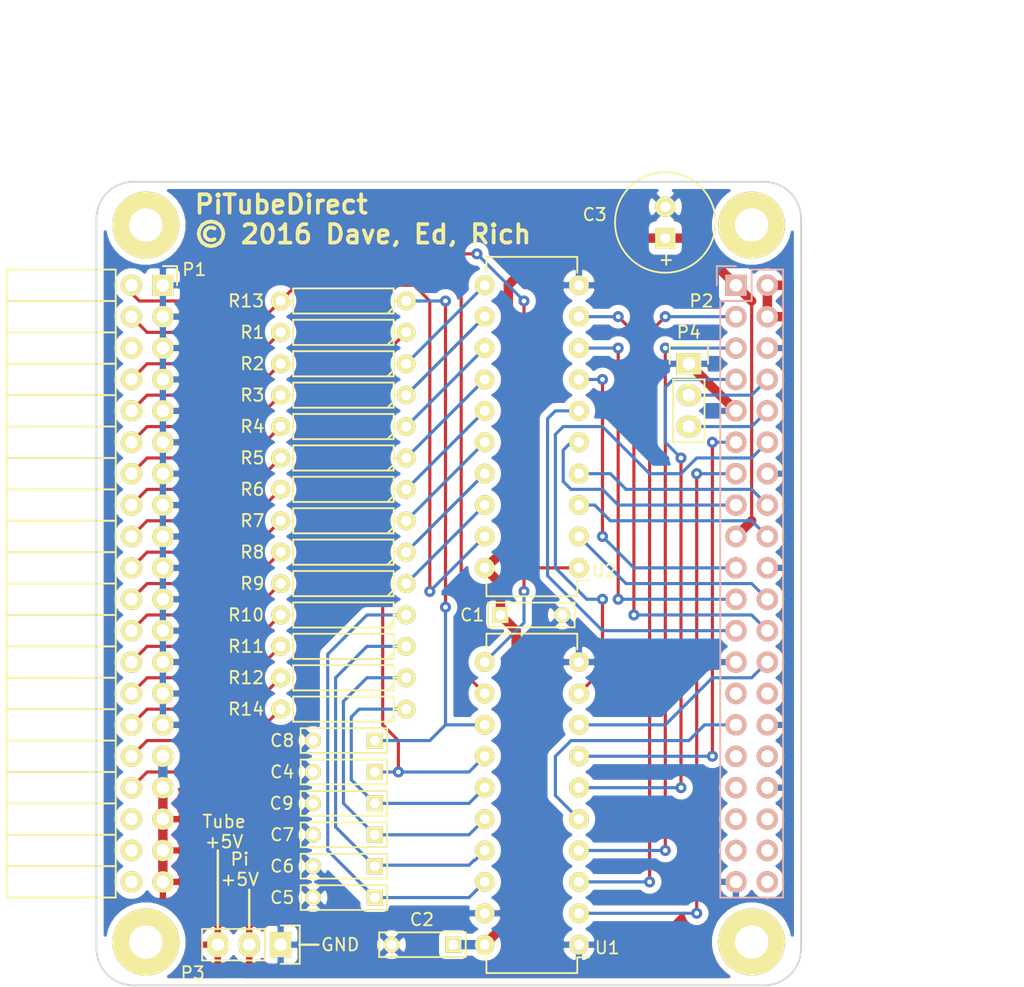
<source format=kicad_pcb>
(kicad_pcb (version 4) (host pcbnew 4.0.2+e4-6225~38~ubuntu14.04.1-stable)
  (layers (0 Top signal) (31 Bottom signal) (34 B.Paste user hide) (35 F.Paste user hide) (36 B.SilkS user) (37 F.SilkS user) (38 B.Mask user hide) (39 F.Mask user hide) (44 Edge.Cuts user))
  (net 0 "")
  (net 1 VCC)
  (net 2 GND)
  (net 3 /tnRST)
  (net 4 /TA0)
  (net 5 /TA1)
  (net 6 /TA2)
  (net 7 /TRnW)
  (net 8 /TPHI2)
  (net 9 "Net-(P1-Pad6)")
  (net 10 /TnTUBE)
  (net 11 "Net-(P1-Pad10)")
  (net 12 "Net-(P1-Pad12)")
  (net 13 "Net-(P1-Pad14)")
  (net 14 "Net-(P1-Pad16)")
  (net 15 "Net-(P1-Pad18)")
  (net 16 "Net-(P1-Pad20)")
  (net 17 "Net-(P1-Pad22)")
  (net 18 "Net-(P1-Pad24)")
  (net 19 "Net-(P1-Pad26)")
  (net 20 "Net-(P1-Pad28)")
  (net 21 "Net-(P1-Pad30)")
  (net 22 +5V)
  (net 23 "Net-(P1-Pad32)")
  (net 24 "Net-(P1-Pad34)")
  (net 25 "Net-(P1-Pad36)")
  (net 26 "Net-(P1-Pad38)")
  (net 27 "Net-(P1-Pad40)")
  (net 28 "Net-(P2-Pad2)")
  (net 29 /A1)
  (net 30 /A2)
  (net 31 /nRST)
  (net 32 "Net-(P2-Pad8)")
  (net 33 "Net-(P2-Pad10)")
  (net 34 /nTUBE)
  (net 35 /RnW)
  (net 36 /A0)
  (net 37 /D4)
  (net 38 /D5)
  (net 39 /D6)
  (net 40 /D2)
  (net 41 /D1)
  (net 42 /D7)
  (net 43 /D3)
  (net 44 /D0)
  (net 45 /PHI2)
  (net 46 /TD0)
  (net 47 /TD1)
  (net 48 /TD2)
  (net 49 /TD3)
  (net 50 /TD4)
  (net 51 /TD5)
  (net 52 /TD6)
  (net 53 /TD7)
  (net 54 "Net-(P1-Pad8)")
  (net 55 "Net-(P2-Pad27)")
  (net 56 "Net-(P2-Pad28)")
  (net 57 "Net-(P2-Pad31)")
  (net 58 "Net-(P2-Pad32)")
  (net 59 "Net-(P2-Pad33)")
  (net 60 "Net-(P2-Pad35)")
  (net 61 "Net-(P2-Pad36)")
  (net 62 "Net-(P2-Pad37)")
  (net 63 "Net-(P2-Pad38)")
  (net 64 "Net-(P2-Pad40)")
  (net 65 /TA3)
  (net 66 /A3)
  (module Capacitors_ThroughHole:C_Rect_L7_W2_P5 (layer Top) (at 139.065 117.475 180)
    (fp_text reference C4 (at 7.493 0 180) (layer F.SilkS))
    (fp_text value 4n7)
    (pad 1 thru_hole rect (at 0 0 180) (size 1.3 1.3) (drill 0.8) (layers *.Cu *.Mask F.SilkS) (net 3 /tnRST))
    (pad 2 thru_hole circle (at 5 0 180) (size 1.3 1.3) (drill 0.8) (layers *.Cu *.Mask F.SilkS) (net 2 GND))
  )
  (module Pin_Headers:Pin_Header_Straight_1x03 (layer Top) (at 164.465 84.455)
    (fp_text reference P4 (at 0 -2.54) (layer F.SilkS))
    (fp_text value CONN_01X03)
    (pad 1 thru_hole rect (at 0 0) (size 2.032 1.7272) (drill 1.016) (layers *.Cu *.Mask F.SilkS) (net 2 GND))
    (pad 2 thru_hole oval (at 0 2.54) (size 2.032 1.7272) (drill 1.016) (layers *.Cu *.Mask F.SilkS) (net 32 "Net-(P2-Pad8)"))
    (pad 3 thru_hole oval (at 0 5.08) (size 2.032 1.7272) (drill 1.016) (layers *.Cu *.Mask F.SilkS) (net 33 "Net-(P2-Pad10)"))
  )
  (module Discret:C1V8 (layer Top) (at 162.56 73.025 90)
    (fp_text reference C3 (at 0.635 -5.715 180) (layer F.SilkS))
    (fp_text value 22u)
    (fp_text user + (at -3.04546 0 90) (layer F.SilkS))
    (pad 1 thru_hole rect (at -1.27 0 90) (size 1.651 1.651) (drill 0.8128) (layers *.Cu *.Mask F.SilkS) (net 1 VCC))
    (pad 2 thru_hole circle (at 1.27 0 90) (size 1.651 1.651) (drill 0.8128) (layers *.Cu *.Mask F.SilkS) (net 2 GND))
  )
  (module Capacitors_ThroughHole:C_Rect_L7_W2_P5 (layer Top) (at 145.415 131.445 180)
    (fp_text reference C2 (at 2.54 2.032 360) (layer F.SilkS))
    (fp_text value 100n)
    (pad 1 thru_hole rect (at 0 0 180) (size 1.3 1.3) (drill 0.8) (layers *.Cu *.Mask F.SilkS) (net 1 VCC))
    (pad 2 thru_hole circle (at 5 0 180) (size 1.3 1.3) (drill 0.8) (layers *.Cu *.Mask F.SilkS) (net 2 GND))
  )
  (module Housings_DIP:DIP-20_W7.62mm (layer Top) (at 155.575 100.965 180)
    (fp_text reference U2 (at -2.032 -0.254 180) (layer F.SilkS))
    (fp_text value 74LVC245AN)
    (pad 1 thru_hole oval (at 0 0 180) (size 1.6 1.6) (drill 0.8) (layers *.Cu *.Mask F.SilkS) (net 7 /TRnW))
    (pad 2 thru_hole oval (at 0 2.54 180) (size 1.6 1.6) (drill 0.8) (layers *.Cu *.Mask F.SilkS) (net 42 /D7))
    (pad 3 thru_hole oval (at 0 5.08 180) (size 1.6 1.6) (drill 0.8) (layers *.Cu *.Mask F.SilkS) (net 39 /D6))
    (pad 4 thru_hole oval (at 0 7.62 180) (size 1.6 1.6) (drill 0.8) (layers *.Cu *.Mask F.SilkS) (net 38 /D5))
    (pad 5 thru_hole oval (at 0 10.16 180) (size 1.6 1.6) (drill 0.8) (layers *.Cu *.Mask F.SilkS) (net 37 /D4))
    (pad 6 thru_hole oval (at 0 12.7 180) (size 1.6 1.6) (drill 0.8) (layers *.Cu *.Mask F.SilkS) (net 43 /D3))
    (pad 7 thru_hole oval (at 0 15.24 180) (size 1.6 1.6) (drill 0.8) (layers *.Cu *.Mask F.SilkS) (net 40 /D2))
    (pad 8 thru_hole oval (at 0 17.78 180) (size 1.6 1.6) (drill 0.8) (layers *.Cu *.Mask F.SilkS) (net 41 /D1))
    (pad 9 thru_hole oval (at 0 20.32 180) (size 1.6 1.6) (drill 0.8) (layers *.Cu *.Mask F.SilkS) (net 44 /D0))
    (pad 10 thru_hole oval (at 0 22.86 180) (size 1.6 1.6) (drill 0.8) (layers *.Cu *.Mask F.SilkS) (net 2 GND))
    (pad 11 thru_hole oval (at 7.62 22.86 180) (size 1.6 1.6) (drill 0.8) (layers *.Cu *.Mask F.SilkS) (net 46 /TD0))
    (pad 12 thru_hole oval (at 7.62 20.32 180) (size 1.6 1.6) (drill 0.8) (layers *.Cu *.Mask F.SilkS) (net 47 /TD1))
    (pad 13 thru_hole oval (at 7.62 17.78 180) (size 1.6 1.6) (drill 0.8) (layers *.Cu *.Mask F.SilkS) (net 48 /TD2))
    (pad 14 thru_hole oval (at 7.62 15.24 180) (size 1.6 1.6) (drill 0.8) (layers *.Cu *.Mask F.SilkS) (net 49 /TD3))
    (pad 15 thru_hole oval (at 7.62 12.7 180) (size 1.6 1.6) (drill 0.8) (layers *.Cu *.Mask F.SilkS) (net 50 /TD4))
    (pad 16 thru_hole oval (at 7.62 10.16 180) (size 1.6 1.6) (drill 0.8) (layers *.Cu *.Mask F.SilkS) (net 51 /TD5))
    (pad 17 thru_hole oval (at 7.62 7.62 180) (size 1.6 1.6) (drill 0.8) (layers *.Cu *.Mask F.SilkS) (net 52 /TD6))
    (pad 18 thru_hole oval (at 7.62 5.08 180) (size 1.6 1.6) (drill 0.8) (layers *.Cu *.Mask F.SilkS) (net 53 /TD7))
    (pad 19 thru_hole oval (at 7.62 2.54 180) (size 1.6 1.6) (drill 0.8) (layers *.Cu *.Mask F.SilkS) (net 54 "Net-(P1-Pad8)"))
    (pad 20 thru_hole oval (at 7.62 0 180) (size 1.6 1.6) (drill 0.8) (layers *.Cu *.Mask F.SilkS) (net 1 VCC))
  )
  (module Capacitors_ThroughHole:C_Rect_L7_W2_P5 (layer Top) (at 149.225 104.775)
    (fp_text reference C1 (at -2.286 0) (layer F.SilkS))
    (fp_text value 100n)
    (pad 1 thru_hole rect (at 0 0) (size 1.3 1.3) (drill 0.8) (layers *.Cu *.Mask F.SilkS) (net 1 VCC))
    (pad 2 thru_hole circle (at 5 0) (size 1.3 1.3) (drill 0.8) (layers *.Cu *.Mask F.SilkS) (net 2 GND))
  )
  (module Housings_DIP:DIP-20_W7.62mm (layer Top) (at 155.575 131.445 180)
    (fp_text reference U1 (at -2.286 -0.254 180) (layer F.SilkS))
    (fp_text value 74LVC245AN)
    (pad 1 thru_hole oval (at 0 0 180) (size 1.6 1.6) (drill 0.8) (layers *.Cu *.Mask F.SilkS) (net 2 GND))
    (pad 2 thru_hole oval (at 0 2.54 180) (size 1.6 1.6) (drill 0.8) (layers *.Cu *.Mask F.SilkS) (net 36 /A0))
    (pad 3 thru_hole oval (at 0 5.08 180) (size 1.6 1.6) (drill 0.8) (layers *.Cu *.Mask F.SilkS) (net 29 /A1))
    (pad 4 thru_hole oval (at 0 7.62 180) (size 1.6 1.6) (drill 0.8) (layers *.Cu *.Mask F.SilkS) (net 30 /A2))
    (pad 5 thru_hole oval (at 0 10.16 180) (size 1.6 1.6) (drill 0.8) (layers *.Cu *.Mask F.SilkS) (net 66 /A3))
    (pad 6 thru_hole oval (at 0 12.7 180) (size 1.6 1.6) (drill 0.8) (layers *.Cu *.Mask F.SilkS) (net 31 /nRST))
    (pad 7 thru_hole oval (at 0 15.24 180) (size 1.6 1.6) (drill 0.8) (layers *.Cu *.Mask F.SilkS) (net 34 /nTUBE))
    (pad 8 thru_hole oval (at 0 17.78 180) (size 1.6 1.6) (drill 0.8) (layers *.Cu *.Mask F.SilkS) (net 45 /PHI2))
    (pad 9 thru_hole oval (at 0 20.32 180) (size 1.6 1.6) (drill 0.8) (layers *.Cu *.Mask F.SilkS) (net 35 /RnW))
    (pad 10 thru_hole oval (at 0 22.86 180) (size 1.6 1.6) (drill 0.8) (layers *.Cu *.Mask F.SilkS) (net 2 GND))
    (pad 11 thru_hole oval (at 7.62 22.86 180) (size 1.6 1.6) (drill 0.8) (layers *.Cu *.Mask F.SilkS) (net 7 /TRnW))
    (pad 12 thru_hole oval (at 7.62 20.32 180) (size 1.6 1.6) (drill 0.8) (layers *.Cu *.Mask F.SilkS) (net 8 /TPHI2))
    (pad 13 thru_hole oval (at 7.62 17.78 180) (size 1.6 1.6) (drill 0.8) (layers *.Cu *.Mask F.SilkS) (net 10 /TnTUBE))
    (pad 14 thru_hole oval (at 7.62 15.24 180) (size 1.6 1.6) (drill 0.8) (layers *.Cu *.Mask F.SilkS) (net 3 /tnRST))
    (pad 15 thru_hole oval (at 7.62 12.7 180) (size 1.6 1.6) (drill 0.8) (layers *.Cu *.Mask F.SilkS) (net 65 /TA3))
    (pad 16 thru_hole oval (at 7.62 10.16 180) (size 1.6 1.6) (drill 0.8) (layers *.Cu *.Mask F.SilkS) (net 6 /TA2))
    (pad 17 thru_hole oval (at 7.62 7.62 180) (size 1.6 1.6) (drill 0.8) (layers *.Cu *.Mask F.SilkS) (net 5 /TA1))
    (pad 18 thru_hole oval (at 7.62 5.08 180) (size 1.6 1.6) (drill 0.8) (layers *.Cu *.Mask F.SilkS) (net 4 /TA0))
    (pad 19 thru_hole oval (at 7.62 2.54 180) (size 1.6 1.6) (drill 0.8) (layers *.Cu *.Mask F.SilkS) (net 2 GND))
    (pad 20 thru_hole oval (at 7.62 0 180) (size 1.6 1.6) (drill 0.8) (layers *.Cu *.Mask F.SilkS) (net 1 VCC))
  )
  (module Capacitors_ThroughHole:C_Rect_L7_W2_P5 (layer Top) (at 139.065 125.095 180)
    (fp_text reference C6 (at 7.493 0 180) (layer F.SilkS))
    (fp_text value 15p)
    (pad 1 thru_hole rect (at 0 0 180) (size 1.3 1.3) (drill 0.8) (layers *.Cu *.Mask F.SilkS) (net 5 /TA1))
    (pad 2 thru_hole circle (at 5 0 180) (size 1.3 1.3) (drill 0.8) (layers *.Cu *.Mask F.SilkS) (net 2 GND))
  )
  (module Capacitors_ThroughHole:C_Rect_L7_W2_P5 (layer Top) (at 139.065 127.635 180)
    (fp_text reference C5 (at 7.493 0 180) (layer F.SilkS))
    (fp_text value 15p)
    (pad 1 thru_hole rect (at 0 0 180) (size 1.3 1.3) (drill 0.8) (layers *.Cu *.Mask F.SilkS) (net 4 /TA0))
    (pad 2 thru_hole circle (at 5 0 180) (size 1.3 1.3) (drill 0.8) (layers *.Cu *.Mask F.SilkS) (net 2 GND))
  )
  (module Capacitors_ThroughHole:C_Rect_L7_W2_P5 (layer Top) (at 139.065 122.555 180)
    (fp_text reference C7 (at 7.493 0 180) (layer F.SilkS))
    (fp_text value 15p)
    (pad 1 thru_hole rect (at 0 0 180) (size 1.3 1.3) (drill 0.8) (layers *.Cu *.Mask F.SilkS) (net 6 /TA2))
    (pad 2 thru_hole circle (at 5 0 180) (size 1.3 1.3) (drill 0.8) (layers *.Cu *.Mask F.SilkS) (net 2 GND))
  )
  (module Capacitors_ThroughHole:C_Rect_L7_W2_P5 (layer Top) (at 139.065 114.935 180)
    (fp_text reference C8 (at 7.493 0 180) (layer F.SilkS))
    (fp_text value 15p)
    (pad 1 thru_hole rect (at 0 0 180) (size 1.3 1.3) (drill 0.8) (layers *.Cu *.Mask F.SilkS) (net 10 /TnTUBE))
    (pad 2 thru_hole circle (at 5 0 180) (size 1.3 1.3) (drill 0.8) (layers *.Cu *.Mask F.SilkS) (net 2 GND))
  )
  (module Mounting_Holes:MountingHole_2.7mm_M2.5_Pad (layer Top) (at 169.545 73.235)
    (fp_text reference REF** hide)
    (fp_text value MountingHole_2.7mm_M2.5_Pad)
    (pad 1 thru_hole circle (at 0 0) (size 5.4 5.4) (drill 2.7) (layers *.Cu *.Mask F.SilkS))
  )
  (module Mounting_Holes:MountingHole_2.7mm_M2.5_Pad (layer Top) (at 169.545 131.235)
    (fp_text reference REF** hide)
    (fp_text value MountingHole_2.7mm_M2.5_Pad)
    (pad 1 thru_hole circle (at 0 0) (size 5.4 5.4) (drill 2.7) (layers *.Cu *.Mask F.SilkS))
  )
  (module Mounting_Holes:MountingHole_2.7mm_M2.5_Pad (layer Top) (at 120.545 73.235)
    (fp_text reference REF** hide)
    (fp_text value MountingHole_2.7mm_M2.5_Pad)
    (pad 1 thru_hole circle (at 0 0) (size 5.4 5.4) (drill 2.7) (layers *.Cu *.Mask F.SilkS))
  )
  (module Mounting_Holes:MountingHole_2.7mm_M2.5_Pad (layer Top) (at 120.545 131.235)
    (fp_text reference REF** hide)
    (fp_text value MountingHole_2.7mm_M2.5_Pad)
    (pad 1 thru_hole circle (at 0 0) (size 5.4 5.4) (drill 2.7) (layers *.Cu *.Mask F.SilkS))
  )
  (module Discret:R4 (layer Top) (at 136.525 81.915 180)
    (fp_text reference R1 (at 7.366 0 180) (layer F.SilkS))
    (fp_text value 470)
    (pad 1 thru_hole circle (at -5.08 0 180) (size 1.524 1.524) (drill 0.8128) (layers *.Cu *.Mask F.SilkS) (net 3 /tnRST))
    (pad 2 thru_hole circle (at 5.08 0 180) (size 1.524 1.524) (drill 0.8128) (layers *.Cu *.Mask F.SilkS) (net 11 "Net-(P1-Pad10)"))
  )
  (module Discret:R4 (layer Top) (at 136.525 84.455 180)
    (fp_text reference R2 (at 7.366 0 180) (layer F.SilkS))
    (fp_text value 100)
    (pad 1 thru_hole circle (at -5.08 0 180) (size 1.524 1.524) (drill 0.8128) (layers *.Cu *.Mask F.SilkS) (net 46 /TD0))
    (pad 2 thru_hole circle (at 5.08 0 180) (size 1.524 1.524) (drill 0.8128) (layers *.Cu *.Mask F.SilkS) (net 12 "Net-(P1-Pad12)"))
  )
  (module Discret:R4 (layer Top) (at 136.525 86.995 180)
    (fp_text reference R3 (at 7.366 0 180) (layer F.SilkS))
    (fp_text value 100)
    (pad 1 thru_hole circle (at -5.08 0 180) (size 1.524 1.524) (drill 0.8128) (layers *.Cu *.Mask F.SilkS) (net 47 /TD1))
    (pad 2 thru_hole circle (at 5.08 0 180) (size 1.524 1.524) (drill 0.8128) (layers *.Cu *.Mask F.SilkS) (net 13 "Net-(P1-Pad14)"))
  )
  (module Discret:R4 (layer Top) (at 136.525 89.535 180)
    (fp_text reference R4 (at 7.366 0 180) (layer F.SilkS))
    (fp_text value 100)
    (pad 1 thru_hole circle (at -5.08 0 180) (size 1.524 1.524) (drill 0.8128) (layers *.Cu *.Mask F.SilkS) (net 48 /TD2))
    (pad 2 thru_hole circle (at 5.08 0 180) (size 1.524 1.524) (drill 0.8128) (layers *.Cu *.Mask F.SilkS) (net 14 "Net-(P1-Pad16)"))
  )
  (module Discret:R4 (layer Top) (at 136.525 92.075 180)
    (fp_text reference R5 (at 7.366 0 180) (layer F.SilkS))
    (fp_text value 100)
    (pad 1 thru_hole circle (at -5.08 0 180) (size 1.524 1.524) (drill 0.8128) (layers *.Cu *.Mask F.SilkS) (net 49 /TD3))
    (pad 2 thru_hole circle (at 5.08 0 180) (size 1.524 1.524) (drill 0.8128) (layers *.Cu *.Mask F.SilkS) (net 15 "Net-(P1-Pad18)"))
  )
  (module Discret:R4 (layer Top) (at 136.525 94.615 180)
    (fp_text reference R6 (at 7.366 0 180) (layer F.SilkS))
    (fp_text value 100)
    (pad 1 thru_hole circle (at -5.08 0 180) (size 1.524 1.524) (drill 0.8128) (layers *.Cu *.Mask F.SilkS) (net 50 /TD4))
    (pad 2 thru_hole circle (at 5.08 0 180) (size 1.524 1.524) (drill 0.8128) (layers *.Cu *.Mask F.SilkS) (net 16 "Net-(P1-Pad20)"))
  )
  (module Discret:R4 (layer Top) (at 136.525 97.155 180)
    (fp_text reference R7 (at 7.366 0 180) (layer F.SilkS))
    (fp_text value 100)
    (pad 1 thru_hole circle (at -5.08 0 180) (size 1.524 1.524) (drill 0.8128) (layers *.Cu *.Mask F.SilkS) (net 51 /TD5))
    (pad 2 thru_hole circle (at 5.08 0 180) (size 1.524 1.524) (drill 0.8128) (layers *.Cu *.Mask F.SilkS) (net 17 "Net-(P1-Pad22)"))
  )
  (module Discret:R4 (layer Top) (at 136.525 99.695 180)
    (fp_text reference R8 (at 7.366 0 180) (layer F.SilkS))
    (fp_text value 100)
    (pad 1 thru_hole circle (at -5.08 0 180) (size 1.524 1.524) (drill 0.8128) (layers *.Cu *.Mask F.SilkS) (net 52 /TD6))
    (pad 2 thru_hole circle (at 5.08 0 180) (size 1.524 1.524) (drill 0.8128) (layers *.Cu *.Mask F.SilkS) (net 18 "Net-(P1-Pad24)"))
  )
  (module Discret:R4 (layer Top) (at 136.525 102.235 180)
    (fp_text reference R9 (at 7.366 0 180) (layer F.SilkS))
    (fp_text value 100)
    (pad 1 thru_hole circle (at -5.08 0 180) (size 1.524 1.524) (drill 0.8128) (layers *.Cu *.Mask F.SilkS) (net 53 /TD7))
    (pad 2 thru_hole circle (at 5.08 0 180) (size 1.524 1.524) (drill 0.8128) (layers *.Cu *.Mask F.SilkS) (net 19 "Net-(P1-Pad26)"))
  )
  (module Discret:R4 (layer Top) (at 136.525 104.775 180)
    (fp_text reference R10 (at 7.874 0 180) (layer F.SilkS))
    (fp_text value 470)
    (pad 1 thru_hole circle (at -5.08 0 180) (size 1.524 1.524) (drill 0.8128) (layers *.Cu *.Mask F.SilkS) (net 4 /TA0))
    (pad 2 thru_hole circle (at 5.08 0 180) (size 1.524 1.524) (drill 0.8128) (layers *.Cu *.Mask F.SilkS) (net 20 "Net-(P1-Pad28)"))
  )
  (module Discret:R4 (layer Top) (at 136.525 107.315 180)
    (fp_text reference R11 (at 7.874 0 180) (layer F.SilkS))
    (fp_text value 470)
    (pad 1 thru_hole circle (at -5.08 0 180) (size 1.524 1.524) (drill 0.8128) (layers *.Cu *.Mask F.SilkS) (net 5 /TA1))
    (pad 2 thru_hole circle (at 5.08 0 180) (size 1.524 1.524) (drill 0.8128) (layers *.Cu *.Mask F.SilkS) (net 21 "Net-(P1-Pad30)"))
  )
  (module Discret:R4 (layer Top) (at 136.525 109.855 180)
    (fp_text reference R12 (at 7.874 0 180) (layer F.SilkS))
    (fp_text value 470)
    (pad 1 thru_hole circle (at -5.08 0 180) (size 1.524 1.524) (drill 0.8128) (layers *.Cu *.Mask F.SilkS) (net 6 /TA2))
    (pad 2 thru_hole circle (at 5.08 0 180) (size 1.524 1.524) (drill 0.8128) (layers *.Cu *.Mask F.SilkS) (net 23 "Net-(P1-Pad32)"))
  )
  (module Discret:R4 (layer Top) (at 136.525 79.375 180)
    (fp_text reference R13 (at 7.874 0 180) (layer F.SilkS))
    (fp_text value 470)
    (pad 1 thru_hole circle (at -5.08 0 180) (size 1.524 1.524) (drill 0.8128) (layers *.Cu *.Mask F.SilkS) (net 10 /TnTUBE))
    (pad 2 thru_hole circle (at 5.08 0 180) (size 1.524 1.524) (drill 0.8128) (layers *.Cu *.Mask F.SilkS) (net 54 "Net-(P1-Pad8)"))
  )
  (module Socket_Strips:Socket_Strip_Straight_2x20 (layer Bottom) (at 168.275 78.105 270)
    (fp_text reference P2 (at 1.27 2.794 360) (layer F.SilkS))
    (fp_text value CONN_02X20)
    (pad 1 thru_hole rect (at 0 0 270) (size 1.7272 1.7272) (drill 1.016) (layers *.Cu *.Mask B.SilkS) (net 1 VCC))
    (pad 2 thru_hole oval (at 0 -2.54 270) (size 1.7272 1.7272) (drill 1.016) (layers *.Cu *.Mask B.SilkS) (net 28 "Net-(P2-Pad2)"))
    (pad 3 thru_hole oval (at 2.54 0 270) (size 1.7272 1.7272) (drill 1.016) (layers *.Cu *.Mask B.SilkS) (net 29 /A1))
    (pad 4 thru_hole oval (at 2.54 -2.54 270) (size 1.7272 1.7272) (drill 1.016) (layers *.Cu *.Mask B.SilkS) (net 28 "Net-(P2-Pad2)"))
    (pad 5 thru_hole oval (at 5.08 0 270) (size 1.7272 1.7272) (drill 1.016) (layers *.Cu *.Mask B.SilkS) (net 30 /A2))
    (pad 6 thru_hole oval (at 5.08 -2.54 270) (size 1.7272 1.7272) (drill 1.016) (layers *.Cu *.Mask B.SilkS) (net 2 GND))
    (pad 7 thru_hole oval (at 7.62 0 270) (size 1.7272 1.7272) (drill 1.016) (layers *.Cu *.Mask B.SilkS) (net 31 /nRST))
    (pad 8 thru_hole oval (at 7.62 -2.54 270) (size 1.7272 1.7272) (drill 1.016) (layers *.Cu *.Mask B.SilkS) (net 32 "Net-(P2-Pad8)"))
    (pad 9 thru_hole oval (at 10.16 0 270) (size 1.7272 1.7272) (drill 1.016) (layers *.Cu *.Mask B.SilkS) (net 2 GND))
    (pad 10 thru_hole oval (at 10.16 -2.54 270) (size 1.7272 1.7272) (drill 1.016) (layers *.Cu *.Mask B.SilkS) (net 33 "Net-(P2-Pad10)"))
    (pad 11 thru_hole oval (at 12.7 0 270) (size 1.7272 1.7272) (drill 1.016) (layers *.Cu *.Mask B.SilkS) (net 34 /nTUBE))
    (pad 12 thru_hole oval (at 12.7 -2.54 270) (size 1.7272 1.7272) (drill 1.016) (layers *.Cu *.Mask B.SilkS) (net 35 /RnW))
    (pad 13 thru_hole oval (at 15.24 0 270) (size 1.7272 1.7272) (drill 1.016) (layers *.Cu *.Mask B.SilkS) (net 36 /A0))
    (pad 14 thru_hole oval (at 15.24 -2.54 270) (size 1.7272 1.7272) (drill 1.016) (layers *.Cu *.Mask B.SilkS) (net 2 GND))
    (pad 15 thru_hole oval (at 17.78 0 270) (size 1.7272 1.7272) (drill 1.016) (layers *.Cu *.Mask B.SilkS) (net 37 /D4))
    (pad 16 thru_hole oval (at 17.78 -2.54 270) (size 1.7272 1.7272) (drill 1.016) (layers *.Cu *.Mask B.SilkS) (net 38 /D5))
    (pad 17 thru_hole oval (at 20.32 0 270) (size 1.7272 1.7272) (drill 1.016) (layers *.Cu *.Mask B.SilkS) (net 1 VCC))
    (pad 18 thru_hole oval (at 20.32 -2.54 270) (size 1.7272 1.7272) (drill 1.016) (layers *.Cu *.Mask B.SilkS) (net 39 /D6))
    (pad 19 thru_hole oval (at 22.86 0 270) (size 1.7272 1.7272) (drill 1.016) (layers *.Cu *.Mask B.SilkS) (net 40 /D2))
    (pad 20 thru_hole oval (at 22.86 -2.54 270) (size 1.7272 1.7272) (drill 1.016) (layers *.Cu *.Mask B.SilkS) (net 2 GND))
    (pad 21 thru_hole oval (at 25.4 0 270) (size 1.7272 1.7272) (drill 1.016) (layers *.Cu *.Mask B.SilkS) (net 41 /D1))
    (pad 22 thru_hole oval (at 25.4 -2.54 270) (size 1.7272 1.7272) (drill 1.016) (layers *.Cu *.Mask B.SilkS) (net 42 /D7))
    (pad 23 thru_hole oval (at 27.94 0 270) (size 1.7272 1.7272) (drill 1.016) (layers *.Cu *.Mask B.SilkS) (net 43 /D3))
    (pad 24 thru_hole oval (at 27.94 -2.54 270) (size 1.7272 1.7272) (drill 1.016) (layers *.Cu *.Mask B.SilkS) (net 44 /D0))
    (pad 25 thru_hole oval (at 30.48 0 270) (size 1.7272 1.7272) (drill 1.016) (layers *.Cu *.Mask B.SilkS) (net 2 GND))
    (pad 26 thru_hole oval (at 30.48 -2.54 270) (size 1.7272 1.7272) (drill 1.016) (layers *.Cu *.Mask B.SilkS) (net 45 /PHI2))
    (pad 27 thru_hole oval (at 33.02 0 270) (size 1.7272 1.7272) (drill 1.016) (layers *.Cu *.Mask B.SilkS) (net 55 "Net-(P2-Pad27)"))
    (pad 28 thru_hole oval (at 33.02 -2.54 270) (size 1.7272 1.7272) (drill 1.016) (layers *.Cu *.Mask B.SilkS) (net 56 "Net-(P2-Pad28)"))
    (pad 29 thru_hole oval (at 35.56 0 270) (size 1.7272 1.7272) (drill 1.016) (layers *.Cu *.Mask B.SilkS) (net 66 /A3))
    (pad 30 thru_hole oval (at 35.56 -2.54 270) (size 1.7272 1.7272) (drill 1.016) (layers *.Cu *.Mask B.SilkS) (net 2 GND))
    (pad 31 thru_hole oval (at 38.1 0 270) (size 1.7272 1.7272) (drill 1.016) (layers *.Cu *.Mask B.SilkS) (net 57 "Net-(P2-Pad31)"))
    (pad 32 thru_hole oval (at 38.1 -2.54 270) (size 1.7272 1.7272) (drill 1.016) (layers *.Cu *.Mask B.SilkS) (net 58 "Net-(P2-Pad32)"))
    (pad 33 thru_hole oval (at 40.64 0 270) (size 1.7272 1.7272) (drill 1.016) (layers *.Cu *.Mask B.SilkS) (net 59 "Net-(P2-Pad33)"))
    (pad 34 thru_hole oval (at 40.64 -2.54 270) (size 1.7272 1.7272) (drill 1.016) (layers *.Cu *.Mask B.SilkS) (net 2 GND))
    (pad 35 thru_hole oval (at 43.18 0 270) (size 1.7272 1.7272) (drill 1.016) (layers *.Cu *.Mask B.SilkS) (net 60 "Net-(P2-Pad35)"))
    (pad 36 thru_hole oval (at 43.18 -2.54 270) (size 1.7272 1.7272) (drill 1.016) (layers *.Cu *.Mask B.SilkS) (net 61 "Net-(P2-Pad36)"))
    (pad 37 thru_hole oval (at 45.72 0 270) (size 1.7272 1.7272) (drill 1.016) (layers *.Cu *.Mask B.SilkS) (net 62 "Net-(P2-Pad37)"))
    (pad 38 thru_hole oval (at 45.72 -2.54 270) (size 1.7272 1.7272) (drill 1.016) (layers *.Cu *.Mask B.SilkS) (net 63 "Net-(P2-Pad38)"))
    (pad 39 thru_hole oval (at 48.26 0 270) (size 1.7272 1.7272) (drill 1.016) (layers *.Cu *.Mask B.SilkS) (net 2 GND))
    (pad 40 thru_hole oval (at 48.26 -2.54 270) (size 1.7272 1.7272) (drill 1.016) (layers *.Cu *.Mask B.SilkS) (net 64 "Net-(P2-Pad40)"))
  )
  (module Socket_Strips:Socket_Strip_Angled_2x20 (layer Top) (at 121.92 78.105 270)
    (fp_text reference P1 (at -1.27 -2.54 360) (layer F.SilkS))
    (fp_text value CONN_02X20)
    (pad 1 thru_hole rect (at 0 0 270) (size 1.7272 1.7272) (drill 1.016) (layers *.Cu *.Mask F.SilkS) (net 2 GND))
    (pad 2 thru_hole oval (at 0 2.54 270) (size 1.7272 1.7272) (drill 1.016) (layers *.Cu *.Mask F.SilkS) (net 7 /TRnW))
    (pad 3 thru_hole oval (at 2.54 0 270) (size 1.7272 1.7272) (drill 1.016) (layers *.Cu *.Mask F.SilkS) (net 2 GND))
    (pad 4 thru_hole oval (at 2.54 2.54 270) (size 1.7272 1.7272) (drill 1.016) (layers *.Cu *.Mask F.SilkS) (net 8 /TPHI2))
    (pad 5 thru_hole oval (at 5.08 0 270) (size 1.7272 1.7272) (drill 1.016) (layers *.Cu *.Mask F.SilkS) (net 2 GND))
    (pad 6 thru_hole oval (at 5.08 2.54 270) (size 1.7272 1.7272) (drill 1.016) (layers *.Cu *.Mask F.SilkS) (net 9 "Net-(P1-Pad6)"))
    (pad 7 thru_hole oval (at 7.62 0 270) (size 1.7272 1.7272) (drill 1.016) (layers *.Cu *.Mask F.SilkS) (net 2 GND))
    (pad 8 thru_hole oval (at 7.62 2.54 270) (size 1.7272 1.7272) (drill 1.016) (layers *.Cu *.Mask F.SilkS) (net 54 "Net-(P1-Pad8)"))
    (pad 9 thru_hole oval (at 10.16 0 270) (size 1.7272 1.7272) (drill 1.016) (layers *.Cu *.Mask F.SilkS) (net 2 GND))
    (pad 10 thru_hole oval (at 10.16 2.54 270) (size 1.7272 1.7272) (drill 1.016) (layers *.Cu *.Mask F.SilkS) (net 11 "Net-(P1-Pad10)"))
    (pad 11 thru_hole oval (at 12.7 0 270) (size 1.7272 1.7272) (drill 1.016) (layers *.Cu *.Mask F.SilkS) (net 2 GND))
    (pad 12 thru_hole oval (at 12.7 2.54 270) (size 1.7272 1.7272) (drill 1.016) (layers *.Cu *.Mask F.SilkS) (net 12 "Net-(P1-Pad12)"))
    (pad 13 thru_hole oval (at 15.24 0 270) (size 1.7272 1.7272) (drill 1.016) (layers *.Cu *.Mask F.SilkS) (net 2 GND))
    (pad 14 thru_hole oval (at 15.24 2.54 270) (size 1.7272 1.7272) (drill 1.016) (layers *.Cu *.Mask F.SilkS) (net 13 "Net-(P1-Pad14)"))
    (pad 15 thru_hole oval (at 17.78 0 270) (size 1.7272 1.7272) (drill 1.016) (layers *.Cu *.Mask F.SilkS) (net 2 GND))
    (pad 16 thru_hole oval (at 17.78 2.54 270) (size 1.7272 1.7272) (drill 1.016) (layers *.Cu *.Mask F.SilkS) (net 14 "Net-(P1-Pad16)"))
    (pad 17 thru_hole oval (at 20.32 0 270) (size 1.7272 1.7272) (drill 1.016) (layers *.Cu *.Mask F.SilkS) (net 2 GND))
    (pad 18 thru_hole oval (at 20.32 2.54 270) (size 1.7272 1.7272) (drill 1.016) (layers *.Cu *.Mask F.SilkS) (net 15 "Net-(P1-Pad18)"))
    (pad 19 thru_hole oval (at 22.86 0 270) (size 1.7272 1.7272) (drill 1.016) (layers *.Cu *.Mask F.SilkS) (net 2 GND))
    (pad 20 thru_hole oval (at 22.86 2.54 270) (size 1.7272 1.7272) (drill 1.016) (layers *.Cu *.Mask F.SilkS) (net 16 "Net-(P1-Pad20)"))
    (pad 21 thru_hole oval (at 25.4 0 270) (size 1.7272 1.7272) (drill 1.016) (layers *.Cu *.Mask F.SilkS) (net 2 GND))
    (pad 22 thru_hole oval (at 25.4 2.54 270) (size 1.7272 1.7272) (drill 1.016) (layers *.Cu *.Mask F.SilkS) (net 17 "Net-(P1-Pad22)"))
    (pad 23 thru_hole oval (at 27.94 0 270) (size 1.7272 1.7272) (drill 1.016) (layers *.Cu *.Mask F.SilkS) (net 2 GND))
    (pad 24 thru_hole oval (at 27.94 2.54 270) (size 1.7272 1.7272) (drill 1.016) (layers *.Cu *.Mask F.SilkS) (net 18 "Net-(P1-Pad24)"))
    (pad 25 thru_hole oval (at 30.48 0 270) (size 1.7272 1.7272) (drill 1.016) (layers *.Cu *.Mask F.SilkS) (net 2 GND))
    (pad 26 thru_hole oval (at 30.48 2.54 270) (size 1.7272 1.7272) (drill 1.016) (layers *.Cu *.Mask F.SilkS) (net 19 "Net-(P1-Pad26)"))
    (pad 27 thru_hole oval (at 33.02 0 270) (size 1.7272 1.7272) (drill 1.016) (layers *.Cu *.Mask F.SilkS) (net 2 GND))
    (pad 28 thru_hole oval (at 33.02 2.54 270) (size 1.7272 1.7272) (drill 1.016) (layers *.Cu *.Mask F.SilkS) (net 20 "Net-(P1-Pad28)"))
    (pad 29 thru_hole oval (at 35.56 0 270) (size 1.7272 1.7272) (drill 1.016) (layers *.Cu *.Mask F.SilkS) (net 2 GND))
    (pad 30 thru_hole oval (at 35.56 2.54 270) (size 1.7272 1.7272) (drill 1.016) (layers *.Cu *.Mask F.SilkS) (net 21 "Net-(P1-Pad30)"))
    (pad 31 thru_hole oval (at 38.1 0 270) (size 1.7272 1.7272) (drill 1.016) (layers *.Cu *.Mask F.SilkS) (net 22 +5V))
    (pad 32 thru_hole oval (at 38.1 2.54 270) (size 1.7272 1.7272) (drill 1.016) (layers *.Cu *.Mask F.SilkS) (net 23 "Net-(P1-Pad32)"))
    (pad 33 thru_hole oval (at 40.64 0 270) (size 1.7272 1.7272) (drill 1.016) (layers *.Cu *.Mask F.SilkS) (net 22 +5V))
    (pad 34 thru_hole oval (at 40.64 2.54 270) (size 1.7272 1.7272) (drill 1.016) (layers *.Cu *.Mask F.SilkS) (net 24 "Net-(P1-Pad34)"))
    (pad 35 thru_hole oval (at 43.18 0 270) (size 1.7272 1.7272) (drill 1.016) (layers *.Cu *.Mask F.SilkS) (net 22 +5V))
    (pad 36 thru_hole oval (at 43.18 2.54 270) (size 1.7272 1.7272) (drill 1.016) (layers *.Cu *.Mask F.SilkS) (net 25 "Net-(P1-Pad36)"))
    (pad 37 thru_hole oval (at 45.72 0 270) (size 1.7272 1.7272) (drill 1.016) (layers *.Cu *.Mask F.SilkS) (net 22 +5V))
    (pad 38 thru_hole oval (at 45.72 2.54 270) (size 1.7272 1.7272) (drill 1.016) (layers *.Cu *.Mask F.SilkS) (net 26 "Net-(P1-Pad38)"))
    (pad 39 thru_hole oval (at 48.26 0 270) (size 1.7272 1.7272) (drill 1.016) (layers *.Cu *.Mask F.SilkS) (net 22 +5V))
    (pad 40 thru_hole oval (at 48.26 2.54 270) (size 1.7272 1.7272) (drill 1.016) (layers *.Cu *.Mask F.SilkS) (net 27 "Net-(P1-Pad40)"))
  )
  (module Capacitors_ThroughHole:C_Rect_L7_W2_P5 (layer Top) (at 139.065 120.015 180)
    (fp_text reference C9 (at 7.54 0 180) (layer F.SilkS))
    (fp_text value 15p)
    (pad 1 thru_hole rect (at 0 0 180) (size 1.3 1.3) (drill 0.8) (layers *.Cu *.Mask F.SilkS) (net 65 /TA3))
    (pad 2 thru_hole circle (at 5 0 180) (size 1.3 1.3) (drill 0.8) (layers *.Cu *.Mask F.SilkS) (net 2 GND))
  )
  (module Discret:R4 (layer Top) (at 136.525 112.395 180)
    (fp_text reference R14 (at 7.874 0 180) (layer F.SilkS))
    (fp_text value 470)
    (pad 1 thru_hole circle (at -5.08 0 180) (size 1.524 1.524) (drill 0.8128) (layers *.Cu *.Mask F.SilkS) (net 65 /TA3))
    (pad 2 thru_hole circle (at 5.08 0 180) (size 1.524 1.524) (drill 0.8128) (layers *.Cu *.Mask F.SilkS) (net 24 "Net-(P1-Pad34)"))
  )
  (module Pin_Headers:Pin_Header_Straight_1x03 (layer Top) (at 131.445 131.445 270)
    (fp_text reference P3 (at 2.286 7.112 360) (layer F.SilkS))
    (fp_text value CONN_01X03)
    (pad 1 thru_hole rect (at 0 0 270) (size 2.032 1.7272) (drill 1.016) (layers *.Cu *.Mask F.SilkS) (net 2 GND))
    (pad 2 thru_hole oval (at 0 2.54 270) (size 2.032 1.7272) (drill 1.016) (layers *.Cu *.Mask F.SilkS) (net 28 "Net-(P2-Pad2)"))
    (pad 3 thru_hole oval (at 0 5.08 270) (size 2.032 1.7272) (drill 1.016) (layers *.Cu *.Mask F.SilkS) (net 22 +5V))
  )
  (gr_line (start 132.969 131.445) (end 134.493 131.445) (angle 90) (layer F.SilkS) (width 0.2))
  (gr_line (start 126.365 130.175) (end 126.365 123.825) (angle 90) (layer F.SilkS) (width 0.2))
  (gr_line (start 128.905 130.175) (end 128.905 127) (angle 90) (layer F.SilkS) (width 0.2))
  (gr_text "Tube\n+5V" (at 126.873 122.301) (layer F.SilkS) (effects (font (size 1.016 1.016) (thickness 0.1524))))
  (gr_text GND (at 136.271 131.445) (layer F.SilkS) (effects (font (size 1.016 1.016) (thickness 0.1524))))
  (gr_line (start 170.545 69.735) (end 119.545 69.735) (angle 90) (layer Edge.Cuts) (width 0.15))
  (gr_line (start 173.545 131.735) (end 173.545 72.735) (angle 90) (layer Edge.Cuts) (width 0.15))
  (gr_line (start 119.545 134.735) (end 170.545 134.735) (angle 90) (layer Edge.Cuts) (width 0.15))
  (gr_line (start 116.545 72.735) (end 116.545 131.735) (angle 90) (layer Edge.Cuts) (width 0.15))
  (gr_arc (start 119.545 72.735) (end 116.545 72.735) (angle 90) (layer Edge.Cuts) (width 0.15))
  (gr_arc (start 119.545 131.735) (end 119.545 134.735) (angle 90) (layer Edge.Cuts) (width 0.15))
  (gr_arc (start 170.545 131.735) (end 173.545 131.735) (angle 90) (layer Edge.Cuts) (width 0.15))
  (gr_arc (start 170.545 72.735) (end 170.545 69.735) (angle 90) (layer Edge.Cuts) (width 0.15))
  (gr_text "Pi\n+5V" (at 128.143 125.349) (layer F.SilkS) (effects (font (size 1.016 1.016) (thickness 0.1524))))
  (gr_text "PiTubeDirect\n© 2016 Dave, Ed, Rich" (at 124.333 72.771) (layer F.SilkS) (effects (font (size 1.5 1.5) (thickness 0.3)) (justify left)))
  (segment (start 162.814 74.295) (end 153.67 74.295) (width 0.762) (layer Top) (net 1))
  (segment (start 149.86 99.314) (end 147.955 100.965) (width 0.762) (layer Top) (net 1))
  (segment (start 149.86 78.105) (end 149.86 99.314) (width 0.762) (layer Top) (net 1))
  (segment (start 153.67 74.295) (end 149.86 78.105) (width 0.762) (layer Top) (net 1))
  (segment (start 162.814 74.295) (end 164.465 74.295) (width 0.762) (layer Top) (net 1))
  (segment (start 168.275 78.105) (end 164.465 74.295) (width 0.762) (layer Top) (net 1))
  (segment (start 149.225 104.775) (end 150.495 106.045) (width 0.762) (layer Top) (net 1))
  (segment (start 150.495 128.905) (end 147.955 131.445) (width 0.762) (layer Top) (net 1))
  (segment (start 150.495 106.045) (end 150.495 128.905) (width 0.762) (layer Top) (net 1))
  (segment (start 147.955 100.965) (end 149.225 102.235) (width 0.762) (layer Top) (net 1))
  (segment (start 149.225 102.235) (end 149.225 104.775) (width 0.762) (layer Top) (net 1))
  (segment (start 147.955 131.445) (end 145.415 131.445) (width 0.762) (layer Bottom) (net 1))
  (segment (start 168.275 98.425) (end 169.545 97.155) (width 0.762) (layer Top) (net 1))
  (segment (start 169.545 79.375) (end 168.275 78.105) (width 0.762) (layer Top) (net 1))
  (segment (start 169.545 97.155) (end 169.545 79.375) (width 0.254) (layer Top) (net 1))
  (segment (start 168.275 88.265) (end 164.465 84.455) (width 0.762) (layer Top) (net 2))
  (segment (start 140.97 117.475) (end 139.065 117.475) (width 0.254) (layer Bottom) (net 3))
  (segment (start 139.7 113.665) (end 140.97 114.935) (width 0.254) (layer Top) (net 3))
  (via (at 140.97 117.475) (size 0.889) (drill 0.381) (layers Top Bottom) (net 3))
  (segment (start 140.97 114.935) (end 140.97 117.475) (width 0.254) (layer Top) (net 3))
  (segment (start 140.97 117.475) (end 146.685 117.475) (width 0.254) (layer Bottom) (net 3))
  (segment (start 147.955 116.205) (end 146.685 117.475) (width 0.254) (layer Bottom) (net 3))
  (segment (start 141.605 81.915) (end 139.7 83.82) (width 0.254) (layer Top) (net 3))
  (segment (start 139.7 83.82) (end 139.7 113.665) (width 0.254) (layer Top) (net 3))
  (segment (start 146.685 127.635) (end 147.955 126.365) (width 0.254) (layer Bottom) (net 4))
  (segment (start 146.685 127.635) (end 139.065 127.635) (width 0.254) (layer Bottom) (net 4))
  (segment (start 139.065 127.635) (end 135.255 123.825) (width 0.254) (layer Bottom) (net 4))
  (segment (start 135.255 107.95) (end 135.255 123.825) (width 0.254) (layer Bottom) (net 4))
  (segment (start 135.255 107.95) (end 138.43 104.775) (width 0.254) (layer Bottom) (net 4))
  (segment (start 138.43 104.775) (end 141.605 104.775) (width 0.254) (layer Bottom) (net 4))
  (segment (start 141.605 107.315) (end 138.43 107.315) (width 0.254) (layer Bottom) (net 5))
  (segment (start 138.43 107.315) (end 135.89 109.855) (width 0.254) (layer Bottom) (net 5))
  (segment (start 135.89 109.855) (end 135.89 121.92) (width 0.254) (layer Bottom) (net 5))
  (segment (start 146.685 125.015) (end 147.075001 124.624999) (width 0.254) (layer Bottom) (net 5))
  (segment (start 135.89 121.92) (end 138.985 125.015) (width 0.254) (layer Bottom) (net 5))
  (segment (start 147.075001 124.624999) (end 147.155001 124.624999) (width 0.254) (layer Bottom) (net 5))
  (segment (start 138.985 125.015) (end 146.685 125.015) (width 0.254) (layer Bottom) (net 5))
  (segment (start 147.155001 124.624999) (end 147.955 123.825) (width 0.254) (layer Bottom) (net 5))
  (segment (start 139.065 122.555) (end 136.525 120.015) (width 0.254) (layer Bottom) (net 6))
  (segment (start 136.525 120.015) (end 136.525 111.76) (width 0.254) (layer Bottom) (net 6))
  (segment (start 136.525 111.76) (end 138.43 109.855) (width 0.254) (layer Bottom) (net 6))
  (segment (start 138.43 109.855) (end 141.605 109.855) (width 0.254) (layer Bottom) (net 6))
  (segment (start 147.955 121.285) (end 146.685 122.555) (width 0.254) (layer Bottom) (net 6))
  (segment (start 146.685 122.555) (end 139.065 122.555) (width 0.254) (layer Bottom) (net 6))
  (segment (start 119.38 78.105) (end 119.38 78.74) (width 0.254) (layer Top) (net 7))
  (segment (start 119.38 78.74) (end 120.015 79.375) (width 0.254) (layer Top) (net 7))
  (segment (start 120.015 79.375) (end 123.825 79.375) (width 0.254) (layer Top) (net 7))
  (segment (start 123.825 79.375) (end 127.635 75.565) (width 0.254) (layer Top) (net 7))
  (via (at 147.32 75.565) (size 0.889) (drill 0.381) (layers Top Bottom) (net 7))
  (segment (start 147.32 75.565) (end 127.635 75.565) (width 0.254) (layer Top) (net 7))
  (segment (start 147.32 75.565) (end 151.13 79.375) (width 0.254) (layer Bottom) (net 7))
  (via (at 151.13 79.375) (size 0.889) (drill 0.381) (layers Top Bottom) (net 7))
  (segment (start 151.13 100.965) (end 151.13 79.375) (width 0.254) (layer Top) (net 7))
  (segment (start 151.13 100.965) (end 151.13 102.87) (width 0.254) (layer Top) (net 7))
  (segment (start 151.13 105.41) (end 147.955 108.585) (width 0.254) (layer Bottom) (net 7))
  (segment (start 151.13 102.87) (end 151.13 105.41) (width 0.254) (layer Bottom) (net 7))
  (via (at 151.13 102.87) (size 0.889) (drill 0.381) (layers Top Bottom) (net 7))
  (segment (start 147.955 108.585) (end 148.59 108.585) (width 0.254) (layer Top) (net 7))
  (segment (start 151.13 100.965) (end 155.575 100.965) (width 0.254) (layer Top) (net 7))
  (segment (start 119.38 80.645) (end 120.65 81.915) (width 0.254) (layer Top) (net 8))
  (segment (start 120.65 81.915) (end 123.825 81.915) (width 0.254) (layer Top) (net 8))
  (segment (start 146.05 109.22) (end 147.955 111.125) (width 0.254) (layer Top) (net 8))
  (segment (start 146.05 78.105) (end 144.78 76.835) (width 0.254) (layer Top) (net 8))
  (segment (start 146.05 78.105) (end 146.05 109.22) (width 0.254) (layer Top) (net 8))
  (segment (start 144.78 76.835) (end 128.905 76.835) (width 0.254) (layer Top) (net 8))
  (segment (start 123.825 81.915) (end 128.905 76.835) (width 0.254) (layer Top) (net 8))
  (segment (start 143.51 114.935) (end 139.065 114.935) (width 0.254) (layer Bottom) (net 10))
  (segment (start 144.78 113.665) (end 143.51 114.935) (width 0.254) (layer Bottom) (net 10))
  (segment (start 141.605 79.375) (end 144.78 79.375) (width 0.254) (layer Bottom) (net 10))
  (segment (start 144.78 113.665) (end 147.955 113.665) (width 0.254) (layer Bottom) (net 10))
  (via (at 144.78 104.14) (size 0.889) (drill 0.381) (layers Top Bottom) (net 10))
  (segment (start 144.78 79.375) (end 144.78 104.14) (width 0.254) (layer Top) (net 10))
  (via (at 144.78 79.375) (size 0.889) (drill 0.381) (layers Top Bottom) (net 10))
  (segment (start 144.78 113.665) (end 144.78 104.14) (width 0.254) (layer Bottom) (net 10))
  (segment (start 119.38 88.265) (end 120.65 86.995) (width 0.254) (layer Top) (net 11))
  (segment (start 126.365 86.995) (end 131.445 81.915) (width 0.254) (layer Top) (net 11))
  (segment (start 120.65 86.995) (end 126.365 86.995) (width 0.254) (layer Top) (net 11))
  (segment (start 119.38 90.805) (end 120.65 89.535) (width 0.254) (layer Top) (net 12))
  (segment (start 126.365 89.535) (end 131.445 84.455) (width 0.254) (layer Top) (net 12))
  (segment (start 120.65 89.535) (end 126.365 89.535) (width 0.254) (layer Top) (net 12))
  (segment (start 119.38 93.345) (end 120.65 92.075) (width 0.254) (layer Top) (net 13))
  (segment (start 126.365 92.075) (end 131.445 86.995) (width 0.254) (layer Top) (net 13))
  (segment (start 120.65 92.075) (end 126.365 92.075) (width 0.254) (layer Top) (net 13))
  (segment (start 119.38 95.885) (end 120.65 94.615) (width 0.254) (layer Top) (net 14))
  (segment (start 126.365 94.615) (end 131.445 89.535) (width 0.254) (layer Top) (net 14))
  (segment (start 120.65 94.615) (end 126.365 94.615) (width 0.254) (layer Top) (net 14))
  (segment (start 119.38 98.425) (end 120.65 97.155) (width 0.254) (layer Top) (net 15))
  (segment (start 126.365 97.155) (end 131.445 92.075) (width 0.254) (layer Top) (net 15))
  (segment (start 120.65 97.155) (end 126.365 97.155) (width 0.254) (layer Top) (net 15))
  (segment (start 119.38 100.965) (end 120.65 99.695) (width 0.254) (layer Top) (net 16))
  (segment (start 126.365 99.695) (end 131.445 94.615) (width 0.254) (layer Top) (net 16))
  (segment (start 120.65 99.695) (end 126.365 99.695) (width 0.254) (layer Top) (net 16))
  (segment (start 119.38 103.505) (end 120.65 102.235) (width 0.254) (layer Top) (net 17))
  (segment (start 126.365 102.235) (end 131.445 97.155) (width 0.254) (layer Top) (net 17))
  (segment (start 120.65 102.235) (end 126.365 102.235) (width 0.254) (layer Top) (net 17))
  (segment (start 119.38 106.045) (end 120.65 104.775) (width 0.254) (layer Top) (net 18))
  (segment (start 126.365 104.775) (end 131.445 99.695) (width 0.254) (layer Top) (net 18))
  (segment (start 120.65 104.775) (end 126.365 104.775) (width 0.254) (layer Top) (net 18))
  (segment (start 119.38 108.585) (end 120.65 107.315) (width 0.254) (layer Top) (net 19))
  (segment (start 126.365 107.315) (end 131.445 102.235) (width 0.254) (layer Top) (net 19))
  (segment (start 120.65 107.315) (end 126.365 107.315) (width 0.254) (layer Top) (net 19))
  (segment (start 119.38 111.125) (end 120.65 109.855) (width 0.254) (layer Top) (net 20))
  (segment (start 126.365 109.855) (end 131.445 104.775) (width 0.254) (layer Top) (net 20))
  (segment (start 120.65 109.855) (end 126.365 109.855) (width 0.254) (layer Top) (net 20))
  (segment (start 119.38 113.665) (end 120.65 112.395) (width 0.254) (layer Top) (net 21))
  (segment (start 126.365 112.395) (end 131.445 107.315) (width 0.254) (layer Top) (net 21))
  (segment (start 120.65 112.395) (end 126.365 112.395) (width 0.254) (layer Top) (net 21))
  (segment (start 121.92 116.205) (end 121.92 118.745) (width 0.762) (layer Bottom) (net 22))
  (segment (start 121.92 118.745) (end 121.92 121.285) (width 0.762) (layer Top) (net 22))
  (segment (start 121.92 121.285) (end 121.92 123.825) (width 0.762) (layer Top) (net 22))
  (segment (start 121.92 123.825) (end 121.92 126.365) (width 0.762) (layer Top) (net 22))
  (segment (start 119.38 116.205) (end 120.65 114.935) (width 0.254) (layer Top) (net 23))
  (segment (start 126.365 114.935) (end 131.445 109.855) (width 0.254) (layer Top) (net 23))
  (segment (start 120.65 114.935) (end 126.365 114.935) (width 0.254) (layer Top) (net 23))
  (segment (start 131.445 112.395) (end 126.365 117.475) (width 0.254) (layer Top) (net 24))
  (segment (start 120.65 117.475) (end 119.38 118.745) (width 0.254) (layer Top) (net 24))
  (segment (start 126.365 117.475) (end 120.65 117.475) (width 0.254) (layer Top) (net 24))
  (segment (start 170.815 80.645) (end 172.085 80.645) (width 0.762) (layer Top) (net 28))
  (segment (start 170.815 80.645) (end 170.815 78.105) (width 0.762) (layer Top) (net 28))
  (segment (start 170.815 78.105) (end 172.085 78.105) (width 0.762) (layer Top) (net 28))
  (segment (start 161.29 126.365) (end 161.29 81.915) (width 0.254) (layer Top) (net 29))
  (segment (start 161.29 81.915) (end 162.56 80.645) (width 0.254) (layer Top) (net 29))
  (segment (start 155.575 126.365) (end 161.29 126.365) (width 0.254) (layer Bottom) (net 29))
  (via (at 161.29 126.365) (size 0.889) (drill 0.381) (layers Top Bottom) (net 29))
  (segment (start 168.275 80.645) (end 162.56 80.645) (width 0.254) (layer Bottom) (net 29))
  (via (at 162.56 80.645) (size 0.889) (drill 0.381) (layers Top Bottom) (net 29))
  (via (at 162.56 123.825) (size 0.889) (drill 0.381) (layers Top Bottom) (net 30))
  (segment (start 155.575 123.825) (end 162.56 123.825) (width 0.254) (layer Bottom) (net 30))
  (segment (start 168.275 83.185) (end 167.64 83.185) (width 0.254) (layer Bottom) (net 30))
  (segment (start 167.64 83.185) (end 162.56 83.185) (width 0.254) (layer Bottom) (net 30))
  (via (at 162.56 83.185) (size 0.889) (drill 0.381) (layers Top Bottom) (net 30))
  (segment (start 162.56 83.185) (end 162.56 123.825) (width 0.254) (layer Top) (net 30))
  (segment (start 168.275 85.725) (end 163.195 85.725) (width 0.254) (layer Bottom) (net 31))
  (via (at 163.83 92.075) (size 0.889) (drill 0.381) (layers Top Bottom) (net 31))
  (segment (start 163.83 92.075) (end 163.83 118.745) (width 0.254) (layer Top) (net 31))
  (via (at 163.83 118.745) (size 0.889) (drill 0.381) (layers Top Bottom) (net 31))
  (segment (start 163.83 118.745) (end 155.575 118.745) (width 0.254) (layer Bottom) (net 31))
  (segment (start 162.56 90.805) (end 163.83 92.075) (width 0.254) (layer Bottom) (net 31))
  (segment (start 162.56 86.36) (end 162.56 90.805) (width 0.254) (layer Bottom) (net 31))
  (segment (start 163.195 85.725) (end 162.56 86.36) (width 0.254) (layer Bottom) (net 31))
  (segment (start 170.815 85.725) (end 169.545 86.995) (width 0.254) (layer Bottom) (net 32))
  (segment (start 169.545 86.995) (end 164.465 86.995) (width 0.254) (layer Bottom) (net 32))
  (segment (start 170.815 88.265) (end 169.545 89.535) (width 0.254) (layer Bottom) (net 33))
  (segment (start 169.545 89.535) (end 164.465 89.535) (width 0.254) (layer Bottom) (net 33))
  (segment (start 168.275 90.805) (end 166.37 90.805) (width 0.254) (layer Bottom) (net 34))
  (segment (start 166.37 116.205) (end 155.575 116.205) (width 0.254) (layer Bottom) (net 34))
  (via (at 166.37 116.205) (size 0.889) (drill 0.381) (layers Top Bottom) (net 34))
  (segment (start 166.37 90.805) (end 166.37 116.205) (width 0.254) (layer Top) (net 34))
  (via (at 166.37 90.805) (size 0.889) (drill 0.381) (layers Top Bottom) (net 34))
  (segment (start 153.67 100.965) (end 156.21 103.505) (width 0.254) (layer Bottom) (net 35))
  (segment (start 156.21 103.505) (end 157.48 103.505) (width 0.254) (layer Bottom) (net 35))
  (segment (start 153.67 90.17) (end 153.67 100.965) (width 0.254) (layer Bottom) (net 35))
  (segment (start 154.305 89.535) (end 153.67 90.17) (width 0.254) (layer Bottom) (net 35))
  (segment (start 157.48 89.535) (end 154.305 89.535) (width 0.254) (layer Bottom) (net 35))
  (segment (start 161.29 93.345) (end 157.48 89.535) (width 0.254) (layer Bottom) (net 35))
  (segment (start 163.83 93.345) (end 161.29 93.345) (width 0.254) (layer Bottom) (net 35))
  (segment (start 165.1 92.075) (end 163.83 93.345) (width 0.254) (layer Bottom) (net 35))
  (segment (start 169.545 92.075) (end 165.1 92.075) (width 0.254) (layer Bottom) (net 35))
  (segment (start 170.815 90.805) (end 169.545 92.075) (width 0.254) (layer Bottom) (net 35))
  (segment (start 157.48 109.22) (end 155.575 111.125) (width 0.254) (layer Top) (net 35))
  (segment (start 157.48 103.505) (end 157.48 109.22) (width 0.254) (layer Top) (net 35))
  (via (at 157.48 103.505) (size 0.889) (drill 0.381) (layers Top Bottom) (net 35))
  (segment (start 154.94 111.125) (end 155.575 111.125) (width 0.254) (layer Top) (net 35))
  (segment (start 155.575 128.905) (end 165.1 128.905) (width 0.254) (layer Bottom) (net 36))
  (via (at 165.1 128.905) (size 0.889) (drill 0.381) (layers Top Bottom) (net 36))
  (segment (start 165.1 93.345) (end 165.1 128.905) (width 0.254) (layer Top) (net 36))
  (segment (start 165.1 93.345) (end 168.275 93.345) (width 0.254) (layer Bottom) (net 36))
  (via (at 165.1 93.345) (size 0.889) (drill 0.381) (layers Top Bottom) (net 36))
  (segment (start 154.305 91.44) (end 154.94 90.805) (width 0.254) (layer Bottom) (net 37))
  (segment (start 154.94 90.805) (end 155.575 90.805) (width 0.254) (layer Bottom) (net 37))
  (segment (start 168.275 95.885) (end 158.75 95.885) (width 0.254) (layer Bottom) (net 37))
  (segment (start 154.305 93.98) (end 154.305 91.44) (width 0.254) (layer Bottom) (net 37))
  (segment (start 154.94 94.615) (end 154.305 93.98) (width 0.254) (layer Bottom) (net 37))
  (segment (start 157.48 94.615) (end 154.94 94.615) (width 0.254) (layer Bottom) (net 37))
  (segment (start 158.75 95.885) (end 157.48 94.615) (width 0.254) (layer Bottom) (net 37))
  (segment (start 170.815 95.885) (end 169.545 94.615) (width 0.254) (layer Bottom) (net 38))
  (segment (start 158.115 93.345) (end 155.575 93.345) (width 0.254) (layer Bottom) (net 38))
  (segment (start 159.385 94.615) (end 158.115 93.345) (width 0.254) (layer Bottom) (net 38))
  (segment (start 169.545 94.615) (end 159.385 94.615) (width 0.254) (layer Bottom) (net 38))
  (segment (start 170.815 98.425) (end 169.545 97.155) (width 0.254) (layer Bottom) (net 39))
  (segment (start 156.845 95.885) (end 155.575 95.885) (width 0.254) (layer Bottom) (net 39))
  (segment (start 158.115 97.155) (end 156.845 95.885) (width 0.254) (layer Bottom) (net 39))
  (segment (start 169.545 97.155) (end 158.115 97.155) (width 0.254) (layer Bottom) (net 39))
  (segment (start 168.275 100.965) (end 160.02 100.965) (width 0.254) (layer Bottom) (net 40))
  (segment (start 157.48 85.725) (end 155.575 85.725) (width 0.254) (layer Bottom) (net 40))
  (via (at 157.48 98.425) (size 0.889) (drill 0.381) (layers Top Bottom) (net 40))
  (via (at 157.48 85.725) (size 0.889) (drill 0.381) (layers Top Bottom) (net 40))
  (segment (start 157.48 85.725) (end 157.48 98.425) (width 0.254) (layer Top) (net 40))
  (segment (start 160.02 100.965) (end 157.48 98.425) (width 0.254) (layer Bottom) (net 40))
  (segment (start 158.75 103.505) (end 158.75 83.185) (width 0.254) (layer Top) (net 41))
  (segment (start 168.275 103.505) (end 158.75 103.505) (width 0.254) (layer Bottom) (net 41))
  (segment (start 158.75 83.185) (end 155.575 83.185) (width 0.254) (layer Bottom) (net 41))
  (via (at 158.75 83.185) (size 0.889) (drill 0.381) (layers Top Bottom) (net 41))
  (via (at 158.75 103.505) (size 0.889) (drill 0.381) (layers Top Bottom) (net 41))
  (segment (start 170.815 103.505) (end 169.545 102.235) (width 0.254) (layer Bottom) (net 42))
  (segment (start 159.385 102.235) (end 155.575 98.425) (width 0.254) (layer Bottom) (net 42))
  (segment (start 169.545 102.235) (end 159.385 102.235) (width 0.254) (layer Bottom) (net 42))
  (segment (start 153.035 101.6) (end 157.48 106.045) (width 0.254) (layer Bottom) (net 43))
  (segment (start 168.275 106.045) (end 157.48 106.045) (width 0.254) (layer Bottom) (net 43))
  (segment (start 153.035 88.9) (end 153.67 88.265) (width 0.254) (layer Bottom) (net 43))
  (segment (start 153.67 88.265) (end 155.575 88.265) (width 0.254) (layer Bottom) (net 43))
  (segment (start 153.035 101.6) (end 153.035 88.9) (width 0.254) (layer Bottom) (net 43))
  (segment (start 155.575 80.645) (end 158.75 80.645) (width 0.254) (layer Bottom) (net 44))
  (segment (start 169.545 104.775) (end 170.815 106.045) (width 0.254) (layer Bottom) (net 44))
  (segment (start 160.02 104.775) (end 169.545 104.775) (width 0.254) (layer Bottom) (net 44))
  (via (at 160.02 104.775) (size 0.889) (drill 0.381) (layers Top Bottom) (net 44))
  (segment (start 158.75 80.645) (end 160.02 81.915) (width 0.254) (layer Top) (net 44))
  (segment (start 160.02 81.915) (end 160.02 104.775) (width 0.254) (layer Top) (net 44))
  (via (at 158.75 80.645) (size 0.889) (drill 0.381) (layers Top Bottom) (net 44))
  (segment (start 155.575 113.665) (end 162.56 113.665) (width 0.254) (layer Bottom) (net 45))
  (segment (start 169.545 109.855) (end 170.815 108.585) (width 0.254) (layer Bottom) (net 45))
  (segment (start 166.37 109.855) (end 169.545 109.855) (width 0.254) (layer Bottom) (net 45))
  (segment (start 162.56 113.665) (end 166.37 109.855) (width 0.254) (layer Bottom) (net 45))
  (segment (start 155.575 113.665) (end 154.94 113.665) (width 0.254) (layer Bottom) (net 45))
  (segment (start 141.605 84.455) (end 147.955 78.105) (width 0.254) (layer Bottom) (net 46))
  (segment (start 141.605 86.995) (end 147.955 80.645) (width 0.254) (layer Bottom) (net 47))
  (segment (start 141.605 89.535) (end 147.955 83.185) (width 0.254) (layer Bottom) (net 48))
  (segment (start 141.605 92.075) (end 147.955 85.725) (width 0.254) (layer Bottom) (net 49))
  (segment (start 141.605 94.615) (end 147.955 88.265) (width 0.254) (layer Bottom) (net 50))
  (segment (start 141.605 97.155) (end 147.955 90.805) (width 0.254) (layer Bottom) (net 51))
  (segment (start 141.605 99.695) (end 147.955 93.345) (width 0.254) (layer Bottom) (net 52))
  (segment (start 141.605 102.235) (end 147.955 95.885) (width 0.254) (layer Bottom) (net 53))
  (segment (start 142.24 78.105) (end 132.715 78.105) (width 0.254) (layer Top) (net 54))
  (segment (start 147.955 98.425) (end 143.51 102.87) (width 0.254) (layer Bottom) (net 54))
  (segment (start 143.51 79.375) (end 143.51 102.87) (width 0.254) (layer Top) (net 54))
  (via (at 143.51 102.87) (size 0.889) (drill 0.381) (layers Top Bottom) (net 54))
  (segment (start 143.51 79.375) (end 142.24 78.105) (width 0.254) (layer Top) (net 54))
  (segment (start 132.715 78.105) (end 131.445 79.375) (width 0.254) (layer Top) (net 54))
  (segment (start 119.38 85.725) (end 120.65 84.455) (width 0.254) (layer Top) (net 54))
  (segment (start 126.365 84.455) (end 131.445 79.375) (width 0.254) (layer Top) (net 54))
  (segment (start 120.65 84.455) (end 126.365 84.455) (width 0.254) (layer Top) (net 54))
  (segment (start 137.795 112.395) (end 141.605 112.395) (width 0.254) (layer Bottom) (net 65))
  (segment (start 137.16 113.03) (end 137.795 112.395) (width 0.254) (layer Bottom) (net 65))
  (segment (start 137.16 118.11) (end 137.16 113.03) (width 0.254) (layer Bottom) (net 65))
  (segment (start 139.065 120.015) (end 137.16 118.11) (width 0.254) (layer Bottom) (net 65))
  (segment (start 147.955 118.745) (end 146.685 120.015) (width 0.254) (layer Bottom) (net 65))
  (segment (start 146.685 120.015) (end 138.985 120.015) (width 0.254) (layer Bottom) (net 65))
  (segment (start 168.275 113.665) (end 165.735 113.665) (width 0.254) (layer Bottom) (net 66))
  (segment (start 165.735 113.665) (end 164.465 114.935) (width 0.254) (layer Bottom) (net 66))
  (segment (start 164.465 114.935) (end 154.94 114.935) (width 0.254) (layer Bottom) (net 66))
  (segment (start 154.94 114.935) (end 153.67 116.205) (width 0.254) (layer Bottom) (net 66))
  (segment (start 153.67 116.205) (end 153.67 119.38) (width 0.254) (layer Bottom) (net 66))
  (segment (start 153.67 119.38) (end 155.575 121.285) (width 0.254) (layer Bottom) (net 66))
  (zone (net 2) (net_name GND) (layer Bottom) (connect_pads (clearance 0.508)) (min_thickness 0.254) (fill yes (arc_segments 32) (thermal_gap 0.508) (thermal_bridge_width 0.508) (smoothing chamfer))
    (polygon (pts (xy 116.84 69.85) (xy 173.355 69.85) (xy 173.355 134.62) (xy 116.84 134.62)))
  )
  (zone (net 22) (net_name +5V) (layer Top) (connect_pads (clearance 0.508)) (min_thickness 0.254) (fill yes (arc_segments 16) (thermal_gap 0.508) (thermal_bridge_width 0.508))
    (polygon (pts (xy 127 127.635) (xy 127 134.62) (xy 121.285 134.62) (xy 121.285 118.745) (xy 125.095 118.745) (xy 125.095 127)))
  )
  (zone (net 28) (net_name "Net-(P2-Pad2)") (layer Top) (connect_pads (clearance 0.508)) (min_thickness 0.254) (fill yes (arc_segments 16) (thermal_gap 0.508) (thermal_bridge_width 0.508))
    (polygon (pts (xy 170.815 77.47) (xy 173.355 77.47) (xy 173.355 134.62) (xy 135.89 134.62) (xy 128.27 134.62) (xy 128.27 127.635) (xy 133.985 127.635) (xy 139.065 132.715) (xy 160.02 132.715) (xy 171.45 121.285) (xy 171.45 81.28) (xy 170.815 81.28)))
  )
)
</source>
